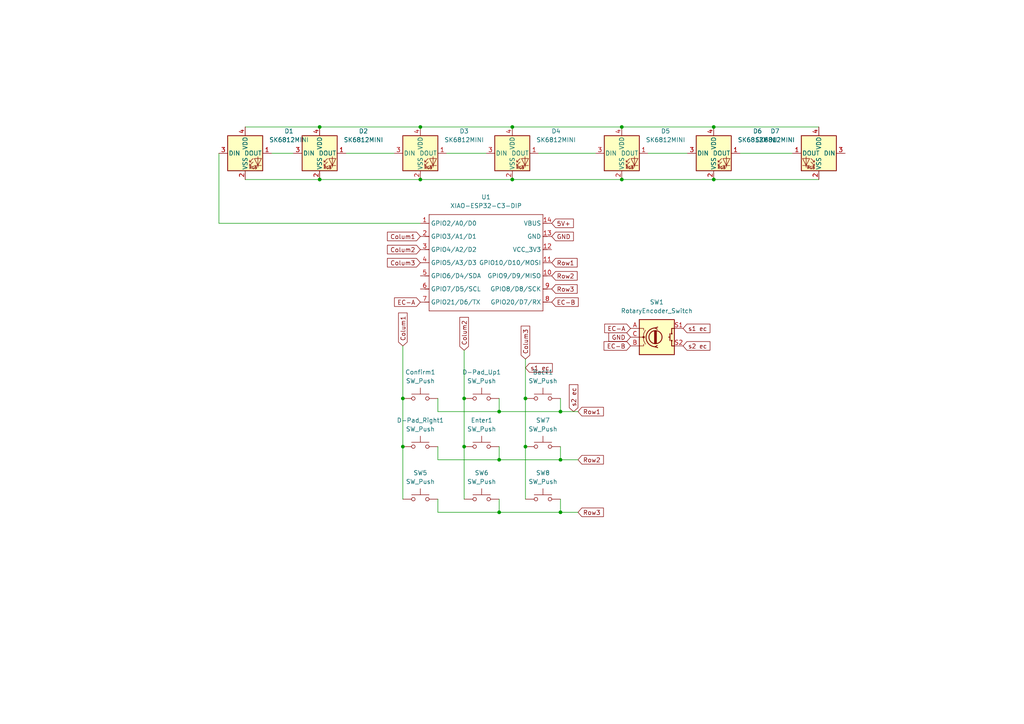
<source format=kicad_sch>
(kicad_sch (version 20250114) (generator "eeschema") (generator_version "9.0")
  (paper "A4")
  (lib_symbols
    (symbol "Device:RotaryEncoder_Switch" (pin_names (offset 0.254) (hide yes))
      (property "Reference" "SW" (at 0 6.604 0))
      (property "Value" "RotaryEncoder_Switch" (at 0 -6.604 0))
      (symbol "RotaryEncoder_Switch_0_1"
        (rectangle (start -5.08 5.08) (end 5.08 -5.08) (stroke (width 0.254)) (fill (type background)))
        (polyline (pts (xy -5.08 2.54) (xy -3.81 2.54) (xy -3.81 2.032)))
        (polyline (pts (xy -5.08 0) (xy -3.81 0) (xy -3.81 -1.016) (xy -3.302 -2.032)))
        (polyline (pts (xy -5.08 -2.54) (xy -3.81 -2.54) (xy -3.81 -2.032)))
        (polyline (pts (xy -4.318 0) (xy -3.81 0) (xy -3.81 1.016) (xy -3.302 2.032)))
        (circle (center -3.81 0) (radius 0.254) (fill (type outline)))
        (polyline (pts (xy -0.635 -1.778) (xy -0.635 1.778)) (stroke (width 0.254)))
        (circle (center -0.381 0) (radius 1.905) (stroke (width 0.254)))
        (polyline (pts (xy -0.381 -1.778) (xy -0.381 1.778)) (stroke (width 0.254)))
        (arc (start -0.381 -2.794) (mid -3.0988 -0.0635) (end -0.381 2.667) (stroke (width 0.254)))
        (polyline (pts (xy -0.127 1.778) (xy -0.127 -1.778)) (stroke (width 0.254)))
        (polyline (pts (xy 0.254 2.921) (xy -0.508 2.667) (xy 0.127 2.286)) (stroke (width 0.254)))
        (polyline (pts (xy 0.254 -3.048) (xy -0.508 -2.794) (xy 0.127 -2.413)) (stroke (width 0.254)))
        (polyline (pts (xy 3.81 1.016) (xy 3.81 -1.016)) (stroke (width 0.254)))
        (polyline (pts (xy 3.81 0) (xy 3.429 0)) (stroke (width 0.254)))
        (circle (center 4.318 1.016) (radius 0.127) (stroke (width 0.254)))
        (circle (center 4.318 -1.016) (radius 0.127) (stroke (width 0.254)))
        (polyline (pts (xy 5.08 2.54) (xy 4.318 2.54) (xy 4.318 1.016)) (stroke (width 0.254)))
        (polyline (pts (xy 5.08 -2.54) (xy 4.318 -2.54) (xy 4.318 -1.016)) (stroke (width 0.254)))
      )
      (symbol "RotaryEncoder_Switch_1_1"
        (pin passive line (at -7.62 2.54 0) (length 2.54) (name "A") (number "A"))
        (pin passive line (at -7.62 0 0) (length 2.54) (name "C") (number "C"))
        (pin passive line (at -7.62 -2.54 0) (length 2.54) (name "B") (number "B"))
        (pin passive line (at 7.62 2.54 180) (length 2.54) (name "S1") (number "S1"))
        (pin passive line (at 7.62 -2.54 180) (length 2.54) (name "S2") (number "S2"))
      )
    )
    (symbol "LED:SK6812MINI" (pin_names (offset 0.254))
      (property "Reference" "D" (at 5.08 5.715 0))
      (property "Value" "SK6812MINI" (at 1.27 -5.715 0))
      (symbol "SK6812MINI_0_0"
        (text "RGB" (at 2.286 -4.191 0) (effects (font (size 0.762 0.762))))
      )
      (symbol "SK6812MINI_0_1"
        (polyline (pts (xy 1.27 -2.54) (xy 1.778 -2.54)))
        (polyline (pts (xy 1.27 -3.556) (xy 1.778 -3.556)))
        (polyline (pts (xy 2.286 -1.524) (xy 1.27 -2.54) (xy 1.27 -2.032)))
        (polyline (pts (xy 2.286 -2.54) (xy 1.27 -3.556) (xy 1.27 -3.048)))
        (polyline (pts (xy 3.683 -1.016) (xy 3.683 -3.556) (xy 3.683 -4.064)))
        (polyline (pts (xy 4.699 -1.524) (xy 2.667 -1.524) (xy 3.683 -3.556) (xy 4.699 -1.524)))
        (polyline (pts (xy 4.699 -3.556) (xy 2.667 -3.556)))
        (rectangle (start 5.08 5.08) (end -5.08 -5.08) (stroke (width 0.254)) (fill (type background)))
      )
      (symbol "SK6812MINI_1_1"
        (pin input line (at -7.62 0 0) (length 2.54) (name "DIN") (number "3"))
        (pin power_in line (at 0 7.62 270) (length 2.54) (name "VDD") (number "4"))
        (pin power_in line (at 0 -7.62 90) (length 2.54) (name "VSS") (number "2"))
        (pin output line (at 7.62 0 180) (length 2.54) (name "DOUT") (number "1"))
      )
    )
    (symbol "Seeed_Studio_XIAO_Series:XIAO-ESP32-C3-DIP"
      (property "Reference" "U" (at 1.016 2.794 0))
      (property "Value" "XIAO-ESP32-C3-DIP" (at 7.62 1.016 0))
      (symbol "XIAO-ESP32-C3-DIP_1_0"
        (polyline (pts (xy 0 0) (xy 33.02 0)) (stroke (width 0.1524)))
        (polyline (pts (xy 0 -2.54) (xy -1.27 -2.54)) (stroke (width 0.1524)))
        (polyline (pts (xy 0 -2.54) (xy 0 0)) (stroke (width 0.1524)))
        (polyline (pts (xy 0 -6.35) (xy -1.27 -6.35)) (stroke (width 0.1524)))
        (polyline (pts (xy 0 -6.35) (xy 0 -2.54)) (stroke (width 0.1524)))
        (polyline (pts (xy 0 -10.16) (xy -1.27 -10.16)) (stroke (width 0.1524)))
        (polyline (pts (xy 0 -10.16) (xy 0 -6.35)) (stroke (width 0.1524)))
        (polyline (pts (xy 0 -13.97) (xy -1.27 -13.97)) (stroke (width 0.1524)))
        (polyline (pts (xy 0 -13.97) (xy 0 -10.16)) (stroke (width 0.1524)))
        (polyline (pts (xy 0 -17.78) (xy -1.27 -17.78)) (stroke (width 0.1524)))
        (polyline (pts (xy 0 -21.59) (xy -1.27 -21.59)) (stroke (width 0.1524)))
        (polyline (pts (xy 0 -25.4) (xy -1.27 -25.4)) (stroke (width 0.1524)))
        (polyline (pts (xy 0 -27.94) (xy 0 -13.97)) (stroke (width 0.1524)))
        (polyline (pts (xy 33.02 0) (xy 33.02 -2.54)) (stroke (width 0.1524)))
        (polyline (pts (xy 33.02 -2.54) (xy 33.02 -6.35)) (stroke (width 0.1524)))
        (polyline (pts (xy 33.02 -6.35) (xy 33.02 -10.16)) (stroke (width 0.1524)))
        (polyline (pts (xy 33.02 -10.16) (xy 33.02 -27.94)) (stroke (width 0.1524)))
        (polyline (pts (xy 33.02 -27.94) (xy 0 -27.94)) (stroke (width 0.1524)))
        (polyline (pts (xy 34.29 -2.54) (xy 33.02 -2.54)) (stroke (width 0.1524)))
        (polyline (pts (xy 34.29 -6.35) (xy 33.02 -6.35)) (stroke (width 0.1524)))
        (polyline (pts (xy 34.29 -10.16) (xy 33.02 -10.16)) (stroke (width 0.1524)))
        (polyline (pts (xy 34.29 -13.97) (xy 33.02 -13.97)) (stroke (width 0.1524)))
        (polyline (pts (xy 34.29 -17.78) (xy 33.02 -17.78)) (stroke (width 0.1524)))
        (polyline (pts (xy 34.29 -21.59) (xy 33.02 -21.59)) (stroke (width 0.1524)))
        (polyline (pts (xy 34.29 -25.4) (xy 33.02 -25.4)) (stroke (width 0.1524)))
        (pin passive line (at -2.54 -2.54 0) (length 2.54) (name "GPIO2/A0/D0") (number "1"))
        (pin passive line (at -2.54 -6.35 0) (length 2.54) (name "GPIO3/A1/D1") (number "2"))
        (pin passive line (at -2.54 -10.16 0) (length 2.54) (name "GPIO4/A2/D2") (number "3"))
        (pin passive line (at -2.54 -13.97 0) (length 2.54) (name "GPIO5/A3/D3") (number "4"))
        (pin passive line (at -2.54 -17.78 0) (length 2.54) (name "GPIO6/D4/SDA") (number "5"))
        (pin passive line (at -2.54 -21.59 0) (length 2.54) (name "GPIO7/D5/SCL") (number "6"))
        (pin passive line (at -2.54 -25.4 0) (length 2.54) (name "GPIO21/D6/TX") (number "7"))
        (pin passive line (at 35.56 -2.54 180) (length 2.54) (name "VBUS") (number "14"))
        (pin passive line (at 35.56 -6.35 180) (length 2.54) (name "GND") (number "13"))
        (pin passive line (at 35.56 -10.16 180) (length 2.54) (name "VCC_3V3") (number "12"))
        (pin passive line (at 35.56 -13.97 180) (length 2.54) (name "GPIO10/D10/MOSI") (number "11"))
        (pin passive line (at 35.56 -17.78 180) (length 2.54) (name "GPIO9/D9/MISO") (number "10"))
        (pin passive line (at 35.56 -21.59 180) (length 2.54) (name "GPIO8/D8/SCK") (number "9"))
        (pin passive line (at 35.56 -25.4 180) (length 2.54) (name "GPIO20/D7/RX") (number "8"))
      )
    )
    (symbol "Switch:SW_Push" (pin_numbers (hide yes)) (pin_names (offset 1.016) (hide yes))
      (property "Reference" "SW" (at 1.27 2.54 0))
      (property "Value" "SW_Push" (at 0 -1.524 0))
      (symbol "SW_Push_0_1"
        (circle (center -2.032 0) (radius 0.508))
        (polyline (pts (xy 0 1.27) (xy 0 3.048)))
        (circle (center 2.032 0) (radius 0.508))
        (polyline (pts (xy 2.54 1.27) (xy -2.54 1.27)))
        (pin passive line (at -5.08 0 0) (length 2.54) (name "1") (number "1"))
        (pin passive line (at 5.08 0 180) (length 2.54) (name "2") (number "2"))
      )
    )
  )
  (junction (at 116.84 129.54))
  (junction (at 180.34 52.07))
  (junction (at 121.92 52.07))
  (junction (at 207.01 36.83))
  (junction (at 121.92 36.83))
  (junction (at 152.4 129.54))
  (junction (at 92.71 52.07))
  (junction (at 162.56 133.35))
  (junction (at 148.59 52.07))
  (junction (at 152.4 115.57))
  (junction (at 144.78 148.59))
  (junction (at 162.56 119.38))
  (junction (at 92.71 36.83))
  (junction (at 207.01 52.07))
  (junction (at 162.56 148.59))
  (junction (at 134.62 115.57))
  (junction (at 148.59 36.83))
  (junction (at 116.84 115.57))
  (junction (at 134.62 129.54))
  (junction (at 144.78 133.35))
  (junction (at 144.78 119.38))
  (junction (at 180.34 36.83))
  (wire (pts (xy 129.54 44.45) (xy 140.97 44.45)))
  (wire (pts (xy 144.78 119.38) (xy 162.56 119.38)))
  (wire (pts (xy 134.62 101.6) (xy 134.62 115.57)))
  (wire (pts (xy 187.96 44.45) (xy 199.39 44.45)))
  (wire (pts (xy 121.92 52.07) (xy 148.59 52.07)))
  (wire (pts (xy 127 119.38) (xy 144.78 119.38)))
  (wire (pts (xy 144.78 129.54) (xy 144.78 133.35)))
  (wire (pts (xy 121.92 64.77) (xy 63.5 64.77)))
  (wire (pts (xy 152.4 104.14) (xy 152.4 115.57)))
  (wire (pts (xy 116.84 100.33) (xy 116.84 115.57)))
  (wire (pts (xy 127 129.54) (xy 127 133.35)))
  (wire (pts (xy 134.62 115.57) (xy 134.62 129.54)))
  (wire (pts (xy 144.78 148.59) (xy 162.56 148.59)))
  (wire (pts (xy 148.59 52.07) (xy 180.34 52.07)))
  (wire (pts (xy 63.5 64.77) (xy 63.5 44.45)))
  (wire (pts (xy 116.84 129.54) (xy 116.84 144.78)))
  (wire (pts (xy 214.63 44.45) (xy 229.87 44.45)))
  (wire (pts (xy 71.12 52.07) (xy 92.71 52.07)))
  (wire (pts (xy 152.4 129.54) (xy 152.4 144.78)))
  (wire (pts (xy 100.33 44.45) (xy 114.3 44.45)))
  (wire (pts (xy 92.71 36.83) (xy 121.92 36.83)))
  (wire (pts (xy 127 148.59) (xy 144.78 148.59)))
  (wire (pts (xy 180.34 36.83) (xy 207.01 36.83)))
  (wire (pts (xy 127 115.57) (xy 127 119.38)))
  (wire (pts (xy 92.71 52.07) (xy 121.92 52.07)))
  (wire (pts (xy 162.56 133.35) (xy 167.64 133.35)))
  (wire (pts (xy 134.62 129.54) (xy 134.62 144.78)))
  (wire (pts (xy 144.78 115.57) (xy 144.78 119.38)))
  (wire (pts (xy 78.74 44.45) (xy 85.09 44.45)))
  (wire (pts (xy 156.21 44.45) (xy 172.72 44.45)))
  (wire (pts (xy 162.56 129.54) (xy 162.56 133.35)))
  (wire (pts (xy 162.56 115.57) (xy 162.56 119.38)))
  (wire (pts (xy 162.56 144.78) (xy 162.56 148.59)))
  (wire (pts (xy 148.59 36.83) (xy 180.34 36.83)))
  (wire (pts (xy 127 144.78) (xy 127 148.59)))
  (wire (pts (xy 162.56 119.38) (xy 167.64 119.38)))
  (wire (pts (xy 152.4 115.57) (xy 152.4 129.54)))
  (wire (pts (xy 121.92 36.83) (xy 148.59 36.83)))
  (wire (pts (xy 127 133.35) (xy 144.78 133.35)))
  (wire (pts (xy 207.01 52.07) (xy 237.49 52.07)))
  (wire (pts (xy 116.84 115.57) (xy 116.84 129.54)))
  (wire (pts (xy 180.34 52.07) (xy 207.01 52.07)))
  (wire (pts (xy 144.78 133.35) (xy 162.56 133.35)))
  (wire (pts (xy 71.12 36.83) (xy 92.71 36.83)))
  (wire (pts (xy 144.78 144.78) (xy 144.78 148.59)))
  (wire (pts (xy 162.56 148.59) (xy 167.64 148.59)))
  (wire (pts (xy 207.01 36.83) (xy 237.49 36.83)))
  (global_label "s1 ec" (shape input) (at 198.12 95.25 0) (property "Intersheetrefs" "${INTERSHEET_REFS}" (effects (hide yes))))
  (global_label "EC-A" (shape input) (at 182.88 95.25 180) (property "Intersheetrefs" "${INTERSHEET_REFS}" (effects (hide yes))))
  (global_label "Colum1" (shape input) (at 121.92 68.58 180) (property "Intersheetrefs" "${INTERSHEET_REFS}" (effects (hide yes))))
  (global_label "EC-B" (shape input) (at 182.88 100.33 180) (property "Intersheetrefs" "${INTERSHEET_REFS}" (effects (hide yes))))
  (global_label "Colum2" (shape input) (at 134.62 101.6 90) (property "Intersheetrefs" "${INTERSHEET_REFS}" (effects (hide yes))))
  (global_label "Colum3" (shape input) (at 121.92 76.2 180) (property "Intersheetrefs" "${INTERSHEET_REFS}" (effects (hide yes))))
  (global_label "GND" (shape input) (at 160.02 68.58 0) (property "Intersheetrefs" "${INTERSHEET_REFS}" (effects (hide yes))))
  (global_label "GND" (shape input) (at 182.88 97.79 180) (property "Intersheetrefs" "${INTERSHEET_REFS}" (effects (hide yes))))
  (global_label "Row2" (shape input) (at 160.02 80.01 0) (property "Intersheetrefs" "${INTERSHEET_REFS}" (effects (hide yes))))
  (global_label "5V+" (shape input) (at 160.02 64.77 0) (property "Intersheetrefs" "${INTERSHEET_REFS}" (effects (hide yes))))
  (global_label "Row3" (shape input) (at 167.64 148.59 0) (property "Intersheetrefs" "${INTERSHEET_REFS}" (effects (hide yes))))
  (global_label "Row1" (shape input) (at 167.64 119.38 0) (property "Intersheetrefs" "${INTERSHEET_REFS}" (effects (hide yes))))
  (global_label "Colum1" (shape input) (at 116.84 100.33 90) (property "Intersheetrefs" "${INTERSHEET_REFS}" (effects (hide yes))))
  (global_label "Colum3" (shape input) (at 152.4 104.14 90) (property "Intersheetrefs" "${INTERSHEET_REFS}" (effects (hide yes))))
  (global_label "s1 ec" (shape input) (at 152.4 106.68 0) (property "Intersheetrefs" "${INTERSHEET_REFS}" (effects (hide yes))))
  (global_label "EC-B" (shape input) (at 160.02 87.63 0) (property "Intersheetrefs" "${INTERSHEET_REFS}" (effects (hide yes))))
  (global_label "Row1" (shape input) (at 160.02 76.2 0) (property "Intersheetrefs" "${INTERSHEET_REFS}" (effects (hide yes))))
  (global_label "Colum2" (shape input) (at 121.92 72.39 180) (property "Intersheetrefs" "${INTERSHEET_REFS}" (effects (hide yes))))
  (global_label "Row2" (shape input) (at 167.64 133.35 0) (property "Intersheetrefs" "${INTERSHEET_REFS}" (effects (hide yes))))
  (global_label "s2 ec" (shape input) (at 166.37 119.38 90) (property "Intersheetrefs" "${INTERSHEET_REFS}" (effects (hide yes))))
  (global_label "EC-A" (shape input) (at 121.92 87.63 180) (property "Intersheetrefs" "${INTERSHEET_REFS}" (effects (hide yes))))
  (global_label "Row3" (shape input) (at 160.02 83.82 0) (property "Intersheetrefs" "${INTERSHEET_REFS}" (effects (hide yes))))
  (global_label "s2 ec" (shape input) (at 198.12 100.33 0) (property "Intersheetrefs" "${INTERSHEET_REFS}" (effects (hide yes))))
  (symbol (lib_id "LED:SK6812MINI") (at 148.59 44.45 0) (unit 1)
    (property "Reference" "D4" (at 161.29 38.0298 0))
    (property "Value" "SK6812MINI" (at 161.29 40.5698 0))
    (property "Footprint" "libs:SK6812-MINI-E" (effects (hide yes)))
    (property "Datasheet" "https://cdn-shop.adafruit.com/product-files/2686/SK6812MINI_REV.01-1-2.pdf" (effects (hide yes)))
    (property "Description" "RGB LED with integrated controller" (effects (hide yes)))
  )
  (symbol (lib_id "Switch:SW_Push") (at 157.48 129.54 0) (unit 1)
    (property "Reference" "SW7" (at 157.48 121.92 0))
    (property "Value" "SW_Push" (at 157.48 124.46 0))
    (property "Footprint" "Button_Switch_THT:SW_PUSH_6mm" (effects (hide yes)))
    (property "Description" "Push button switch, generic, two pins" (effects (hide yes)))
  )
  (symbol (lib_id "LED:SK6812MINI") (at 237.49 44.45 0) (mirror y) (unit 1)
    (property "Reference" "D7" (at 224.79 38.0298 0))
    (property "Value" "SK6812MINI" (at 224.79 40.5698 0))
    (property "Footprint" "libs:SK6812-MINI-E" (effects (hide yes)))
    (property "Datasheet" "https://cdn-shop.adafruit.com/product-files/2686/SK6812MINI_REV.01-1-2.pdf" (effects (hide yes)))
    (property "Description" "RGB LED with integrated controller" (effects (hide yes)))
  )
  (symbol (lib_id "LED:SK6812MINI") (at 121.92 44.45 0) (unit 1)
    (property "Reference" "D3" (at 134.62 38.0298 0))
    (property "Value" "SK6812MINI" (at 134.62 40.5698 0))
    (property "Footprint" "libs:SK6812-MINI-E" (effects (hide yes)))
    (property "Datasheet" "https://cdn-shop.adafruit.com/product-files/2686/SK6812MINI_REV.01-1-2.pdf" (effects (hide yes)))
    (property "Description" "RGB LED with integrated controller" (effects (hide yes)))
  )
  (symbol (lib_id "Device:RotaryEncoder_Switch") (at 190.5 97.79 0) (unit 1)
    (property "Reference" "SW1" (at 190.5 87.63 0))
    (property "Value" "RotaryEncoder_Switch" (at 190.5 90.17 0))
    (property "Footprint" "Rotary_Encoder:RotaryEncoder_Alps_EC11E-Switch_Vertical_H20mm" (effects (hide yes)))
    (property "Description" "Rotary encoder, dual channel, incremental quadrate outputs, with switch" (effects (hide yes)))
  )
  (symbol (lib_id "Switch:SW_Push") (at 157.48 115.57 0) (unit 1)
    (property "Reference" "Back1" (at 157.48 107.95 0))
    (property "Value" "SW_Push" (at 157.48 110.49 0))
    (property "Footprint" "Button_Switch_THT:SW_PUSH_6mm" (effects (hide yes)))
    (property "Description" "Push button switch, generic, two pins" (effects (hide yes)))
  )
  (symbol (lib_id "Switch:SW_Push") (at 139.7 115.57 0) (unit 1)
    (property "Reference" "D-Pad_Up1" (at 139.7 107.95 0))
    (property "Value" "SW_Push" (at 139.7 110.49 0))
    (property "Footprint" "Button_Switch_THT:SW_PUSH_6mm" (effects (hide yes)))
    (property "Description" "Push button switch, generic, two pins" (effects (hide yes)))
  )
  (symbol (lib_id "Switch:SW_Push") (at 121.92 144.78 0) (unit 1)
    (property "Reference" "SW5" (at 121.92 137.16 0))
    (property "Value" "SW_Push" (at 121.92 139.7 0))
    (property "Footprint" "Button_Switch_THT:SW_PUSH_6mm" (effects (hide yes)))
    (property "Description" "Push button switch, generic, two pins" (effects (hide yes)))
  )
  (symbol (lib_id "LED:SK6812MINI") (at 207.01 44.45 0) (unit 1)
    (property "Reference" "D6" (at 219.71 38.0298 0))
    (property "Value" "SK6812MINI" (at 219.71 40.5698 0))
    (property "Footprint" "libs:SK6812-MINI-E" (effects (hide yes)))
    (property "Datasheet" "https://cdn-shop.adafruit.com/product-files/2686/SK6812MINI_REV.01-1-2.pdf" (effects (hide yes)))
    (property "Description" "RGB LED with integrated controller" (effects (hide yes)))
  )
  (symbol (lib_id "Switch:SW_Push") (at 121.92 115.57 0) (unit 1)
    (property "Reference" "Confirm1" (at 121.92 107.95 0))
    (property "Value" "SW_Push" (at 121.92 110.49 0))
    (property "Footprint" "Button_Switch_THT:SW_PUSH_6mm" (effects (hide yes)))
    (property "Description" "Push button switch, generic, two pins" (effects (hide yes)))
  )
  (symbol (lib_id "Switch:SW_Push") (at 139.7 144.78 0) (unit 1)
    (property "Reference" "SW6" (at 139.7 137.16 0))
    (property "Value" "SW_Push" (at 139.7 139.7 0))
    (property "Footprint" "Button_Switch_THT:SW_PUSH_6mm" (effects (hide yes)))
    (property "Description" "Push button switch, generic, two pins" (effects (hide yes)))
  )
  (symbol (lib_id "LED:SK6812MINI") (at 71.12 44.45 0) (unit 1)
    (property "Reference" "D1" (at 83.82 38.0298 0))
    (property "Value" "SK6812MINI" (at 83.82 40.5698 0))
    (property "Footprint" "libs:SK6812-MINI-E" (effects (hide yes)))
    (property "Datasheet" "https://cdn-shop.adafruit.com/product-files/2686/SK6812MINI_REV.01-1-2.pdf" (effects (hide yes)))
    (property "Description" "RGB LED with integrated controller" (effects (hide yes)))
  )
  (symbol (lib_id "Seeed_Studio_XIAO_Series:XIAO-ESP32-C3-DIP") (at 124.46 62.23 0) (unit 1)
    (property "Reference" "U1" (at 140.97 57.15 0))
    (property "Value" "XIAO-ESP32-C3-DIP" (at 140.97 59.69 0))
    (property "Footprint" "Seeed Studio XIAO Series Library:XIAO-ESP32C3-DIP" (effects (hide yes)))
  )
  (symbol (lib_id "Switch:SW_Push") (at 121.92 129.54 0) (unit 1)
    (property "Reference" "D-Pad_Right1" (at 121.92 121.92 0))
    (property "Value" "SW_Push" (at 121.92 124.46 0))
    (property "Footprint" "Button_Switch_THT:SW_PUSH_6mm" (effects (hide yes)))
    (property "Description" "Push button switch, generic, two pins" (effects (hide yes)))
  )
  (symbol (lib_id "LED:SK6812MINI") (at 180.34 44.45 0) (unit 1)
    (property "Reference" "D5" (at 193.04 38.0298 0))
    (property "Value" "SK6812MINI" (at 193.04 40.5698 0))
    (property "Footprint" "libs:SK6812-MINI-E" (effects (hide yes)))
    (property "Datasheet" "https://cdn-shop.adafruit.com/product-files/2686/SK6812MINI_REV.01-1-2.pdf" (effects (hide yes)))
    (property "Description" "RGB LED with integrated controller" (effects (hide yes)))
  )
  (symbol (lib_id "Switch:SW_Push") (at 139.7 129.54 0) (unit 1)
    (property "Reference" "Enter1" (at 139.7 121.92 0))
    (property "Value" "SW_Push" (at 139.7 124.46 0))
    (property "Footprint" "Button_Switch_THT:SW_PUSH_6mm" (effects (hide yes)))
    (property "Description" "Push button switch, generic, two pins" (effects (hide yes)))
  )
  (symbol (lib_id "Switch:SW_Push") (at 157.48 144.78 0) (unit 1)
    (property "Reference" "SW8" (at 157.48 137.16 0))
    (property "Value" "SW_Push" (at 157.48 139.7 0))
    (property "Footprint" "Button_Switch_THT:SW_PUSH_6mm" (effects (hide yes)))
    (property "Description" "Push button switch, generic, two pins" (effects (hide yes)))
  )
  (symbol (lib_id "LED:SK6812MINI") (at 92.71 44.45 0) (unit 1)
    (property "Reference" "D2" (at 105.41 38.0298 0))
    (property "Value" "SK6812MINI" (at 105.41 40.5698 0))
    (property "Footprint" "libs:SK6812-MINI-E" (effects (hide yes)))
    (property "Datasheet" "https://cdn-shop.adafruit.com/product-files/2686/SK6812MINI_REV.01-1-2.pdf" (effects (hide yes)))
    (property "Description" "RGB LED with integrated controller" (effects (hide yes)))
  )
)
</source>
